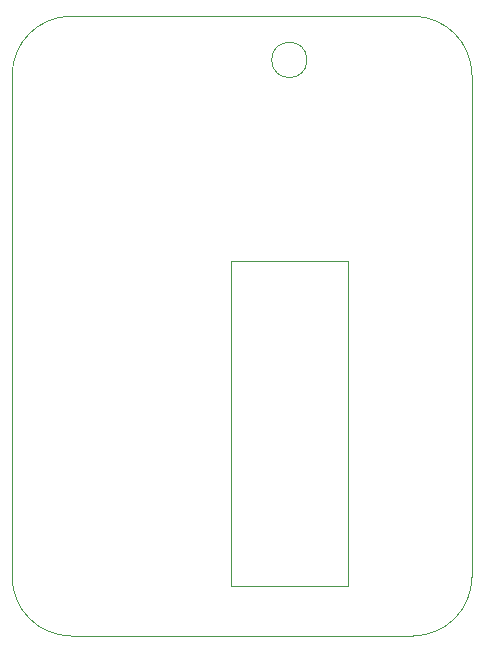
<source format=gbr>
%TF.GenerationSoftware,KiCad,Pcbnew,7.0.8*%
%TF.CreationDate,2023-12-07T15:10:26-06:00*%
%TF.ProjectId,MouseSensors,4d6f7573-6553-4656-9e73-6f72732e6b69,rev?*%
%TF.SameCoordinates,Original*%
%TF.FileFunction,Profile,NP*%
%FSLAX46Y46*%
G04 Gerber Fmt 4.6, Leading zero omitted, Abs format (unit mm)*
G04 Created by KiCad (PCBNEW 7.0.8) date 2023-12-07 15:10:26*
%MOMM*%
%LPD*%
G01*
G04 APERTURE LIST*
%TA.AperFunction,Profile*%
%ADD10C,0.100000*%
%TD*%
%TA.AperFunction,Profile*%
%ADD11C,0.120000*%
%TD*%
G04 APERTURE END LIST*
D10*
X164464466Y-114464466D02*
G75*
G03*
X169464466Y-109464466I0J5000000D01*
G01*
X130535534Y-109464466D02*
G75*
G03*
X135535534Y-114464466I5000000J0D01*
G01*
X135535534Y-62000000D02*
G75*
G03*
X130535534Y-67000000I0J-5000000D01*
G01*
X169464466Y-67000000D02*
G75*
G03*
X164464466Y-62000000I-5000000J0D01*
G01*
X164464466Y-62000000D02*
X135535534Y-62000000D01*
X169464466Y-109464466D02*
X169464466Y-67000000D01*
X135535534Y-114464466D02*
X164464466Y-114464466D01*
X130535534Y-67000000D02*
X130535534Y-109464466D01*
D11*
%TO.C,U1*%
X149087500Y-82760000D02*
X158937500Y-82760000D01*
X149087500Y-110260000D02*
X149087500Y-82760000D01*
X149087500Y-110260000D02*
X158937500Y-110260000D01*
X158937500Y-82760000D02*
X158937500Y-110260000D01*
X155507500Y-65700000D02*
G75*
G03*
X155507500Y-65700000I-1500000J0D01*
G01*
%TD*%
M02*

</source>
